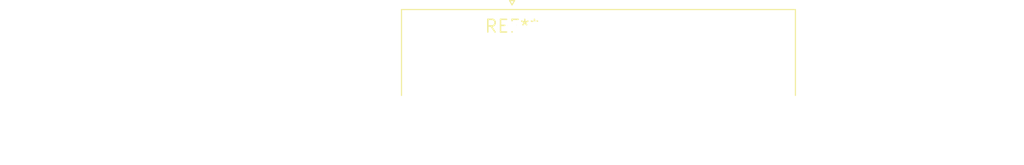
<source format=kicad_pcb>
(kicad_pcb (version 20240108) (generator pcbnew)
  (layers (0 "F.Cu" signal) (31 "B.Cu" signal) (34 "B.Paste" user) (35 "F.Paste" user) (36 "B.SilkS" user "B.Silkscreen") (37 "F.SilkS" user "F.Silkscreen") (38 "B.Mask" user) (39 "F.Mask" user) (44 "Edge.Cuts" user))
  (net 0 "")
  (footprint "DSUB-26-HD_Male_Horizontal_P2.29x1.98mm_EdgePinOffset3.03mm_Housed_MountingHolesOffset4.94mm" (layer "F.Cu") (at 0 0)
    (property "Reference" "REF**")
    (property "Value" "DSUB-26-HD_Male_Horizontal_P2.29x1.98mm_EdgePinOffset3.03mm_Housed_MountingHolesOffset4.94mm")
    (fp_line (start -11.035 -1.67) (end 28.285 -1.67) (layer "F.SilkS") (stroke (width 0.12)))
    (fp_line (start -11.035 6.93) (end -11.035 -1.67) (layer "F.SilkS") (stroke (width 0.12)))
    (fp_line (start -0.25 -2.564338) (end 0.25 -2.564338) (layer "F.SilkS") (stroke (width 0.12)))
    (fp_line (start 0 -2.131325) (end -0.25 -2.564338) (layer "F.SilkS") (stroke (width 0.12)))
    (fp_line (start 0.25 -2.564338) (end 0 -2.131325) (layer "F.SilkS") (stroke (width 0.12)))
    (fp_line (start 28.285 -1.67) (end 28.285 6.93) (layer "F.SilkS") (stroke (width 0.12)))
    (pad "0" thru_hole circle (at -8.025 2.05) (size 4 4) (drill 3.2) (layers *.Cu *.Mask) (remove_unused_layers))
    (pad "0" thru_hole circle (at 25.275 2.05) (size 4 4) (drill 3.2) (layers *.Cu *.Mask) (remove_unused_layers))
    (pad "1" thru_hole rect (at 0 0) (size 1.6 1.6) (drill 1) (layers *.Cu *.Mask) (remove_unused_layers))
    (pad "2" thru_hole circle (at 2.29 0) (size 1.6 1.6) (drill 1) (layers *.Cu *.Mask) (remove_unused_layers))
    (pad "3" thru_hole circle (at 4.58 0) (size 1.6 1.6) (drill 1) (layers *.Cu *.Mask) (remove_unused_layers))
    (pad "4" thru_hole circle (at 6.87 0) (size 1.6 1.6) (drill 1) (layers *.Cu *.Mask) (remove_unused_layers))
    (pad "5" thru_hole circle (at 9.16 0) (size 1.6 1.6) (drill 1) (layers *.Cu *.Mask) (remove_unused_layers))
    (pad "6" thru_hole circle (at 11.45 0) (size 1.6 1.6) (drill 1) (layers *.Cu *.Mask) (remove_unused_layers))
    (pad "7" thru_hole circle (at 13.74 0) (size 1.6 1.6) (drill 1) (layers *.Cu *.Mask) (remove_unused_layers))
    (pad "8" thru_hole circle (at 16.03 0) (size 1.6 1.6) (drill 1) (layers *.Cu *.Mask) (remove_unused_layers))
    (pad "9" thru_hole circle (at 18.32 0) (size 1.6 1.6) (drill 1) (layers *.Cu *.Mask) (remove_unused_layers))
    (pad "10" thru_hole circle (at -1.145 1.98) (size 1.6 1.6) (drill 1) (layers *.Cu *.Mask) (remove_unused_layers))
    (pad "11" thru_hole circle (at 1.145 1.98) (size 1.6 1.6) (drill 1) (layers *.Cu *.Mask) (remove_unused_layers))
    (pad "12" thru_hole circle (at 3.435 1.98) (size 1.6 1.6) (drill 1) (layers *.Cu *.Mask) (remove_unused_layers))
    (pad "13" thru_hole circle (at 5.725 1.98) (size 1.6 1.6) (drill 1) (layers *.Cu *.Mask) (remove_unused_layers))
    (pad "14" thru_hole circle (at 8.015 1.98) (size 1.6 1.6) (drill 1) (layers *.Cu *.Mask) (remove_unused_layers))
    (pad "15" thru_hole circle (at 10.305 1.98) (size 1.6 1.6) (drill 1) (layers *.Cu *.Mask) (remove_unused_layers))
    (pad "16" thru_hole circle (at 12.595 1.98) (size 1.6 1.6) (drill 1) (layers *.Cu *.Mask) (remove_unused_layers))
    (pad "17" thru_hole circle (at 14.885 1.98) (size 1.6 1.6) (drill 1) (layers *.Cu *.Mask) (remove_unused_layers))
    (pad "18" thru_hole circle (at 17.175 1.98) (size 1.6 1.6) (drill 1) (layers *.Cu *.Mask) (remove_unused_layers))
    (pad "19" thru_hole circle (at 0 3.96) (size 1.6 1.6) (drill 1) (layers *.Cu *.Mask) (remove_unused_layers))
    (pad "20" thru_hole circle (at 2.29 3.96) (size 1.6 1.6) (drill 1) (layers *.Cu *.Mask) (remove_unused_layers))
    (pad "21" thru_hole circle (at 4.58 3.96) (size 1.6 1.6) (drill 1) (layers *.Cu *.Mask) (remove_unused_layers))
    (pad "22" thru_hole circle (at 6.87 3.96) (size 1.6 1.6) (drill 1) (layers *.Cu *.Mask) (remove_unused_layers))
    (pad "23" thru_hole circle (at 9.16 3.96) (size 1.6 1.6) (drill 1) (layers *.Cu *.Mask) (remove_unused_layers))
    (pad "24" thru_hole circle (at 11.45 3.96) (size 1.6 1.6) (drill 1) (layers *.Cu *.Mask) (remove_unused_layers))
    (pad "25" thru_hole circle (at 13.74 3.96) (size 1.6 1.6) (drill 1) (layers *.Cu *.Mask) (remove_unused_layers))
    (pad "26" thru_hole circle (at 16.03 3.96) (size 1.6 1.6) (drill 1) (layers *.Cu *.Mask) (remove_unused_layers))
  )
)
</source>
